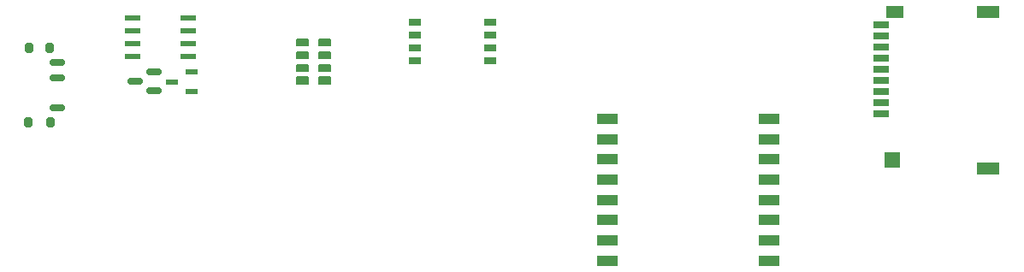
<source format=gbr>
%TF.GenerationSoftware,KiCad,Pcbnew,(6.0.2)*%
%TF.CreationDate,2022-03-31T19:26:31+11:00*%
%TF.ProjectId,Liaka_V3,4c69616b-615f-4563-932e-6b696361645f,2.0*%
%TF.SameCoordinates,Original*%
%TF.FileFunction,Paste,Bot*%
%TF.FilePolarity,Positive*%
%FSLAX46Y46*%
G04 Gerber Fmt 4.6, Leading zero omitted, Abs format (unit mm)*
G04 Created by KiCad (PCBNEW (6.0.2)) date 2022-03-31 19:26:31*
%MOMM*%
%LPD*%
G01*
G04 APERTURE LIST*
G04 Aperture macros list*
%AMRoundRect*
0 Rectangle with rounded corners*
0 $1 Rounding radius*
0 $2 $3 $4 $5 $6 $7 $8 $9 X,Y pos of 4 corners*
0 Add a 4 corners polygon primitive as box body*
4,1,4,$2,$3,$4,$5,$6,$7,$8,$9,$2,$3,0*
0 Add four circle primitives for the rounded corners*
1,1,$1+$1,$2,$3*
1,1,$1+$1,$4,$5*
1,1,$1+$1,$6,$7*
1,1,$1+$1,$8,$9*
0 Add four rect primitives between the rounded corners*
20,1,$1+$1,$2,$3,$4,$5,0*
20,1,$1+$1,$4,$5,$6,$7,0*
20,1,$1+$1,$6,$7,$8,$9,0*
20,1,$1+$1,$8,$9,$2,$3,0*%
G04 Aperture macros list end*
%ADD10C,0.152400*%
%ADD11R,1.600000X0.700000*%
%ADD12R,1.500000X1.600000*%
%ADD13R,2.200000X1.200000*%
%ADD14R,1.800000X1.200000*%
%ADD15RoundRect,0.150000X0.587500X0.150000X-0.587500X0.150000X-0.587500X-0.150000X0.587500X-0.150000X0*%
%ADD16R,1.092200X0.609600*%
%ADD17R,1.250000X0.650000*%
%ADD18RoundRect,0.200000X0.200000X-0.300000X0.200000X0.300000X-0.200000X0.300000X-0.200000X-0.300000X0*%
%ADD19RoundRect,0.175000X0.575000X-0.175000X0.575000X0.175000X-0.575000X0.175000X-0.575000X-0.175000X0*%
%ADD20R,1.300000X0.599999*%
%ADD21R,2.000000X1.000000*%
%ADD22R,1.520000X0.599999*%
G04 APERTURE END LIST*
D10*
%TO.C,U2*%
X136626700Y-86598600D02*
X136626700Y-85989000D01*
X136626700Y-87239000D02*
X137718900Y-87239000D01*
X134426700Y-85348600D02*
X134426700Y-84739000D01*
X135518900Y-87848600D02*
X134426700Y-87848600D01*
X134426700Y-88489000D02*
X135518900Y-88489000D01*
X135518900Y-84739000D02*
X135518900Y-85348600D01*
X135518900Y-85348600D02*
X134426700Y-85348600D01*
X134426700Y-89098600D02*
X134426700Y-88489000D01*
X137718900Y-84739000D02*
X137718900Y-85348600D01*
X135518900Y-86598600D02*
X134426700Y-86598600D01*
X137718900Y-85989000D02*
X137718900Y-86598600D01*
X137718900Y-85348600D02*
X136626700Y-85348600D01*
X137718900Y-87239000D02*
X137718900Y-87848600D01*
X135518900Y-85989000D02*
X135518900Y-86598600D01*
X137718900Y-88489000D02*
X137718900Y-89098600D01*
X134426700Y-86598600D02*
X134426700Y-85989000D01*
X135518900Y-87239000D02*
X135518900Y-87848600D01*
X137718900Y-86598600D02*
X136626700Y-86598600D01*
X134426700Y-85989000D02*
X135518900Y-85989000D01*
X136626700Y-88489000D02*
X137718900Y-88489000D01*
X134426700Y-84739000D02*
X135518900Y-84739000D01*
X136626700Y-89098600D02*
X136626700Y-88489000D01*
X137718900Y-87848600D02*
X136626700Y-87848600D01*
X135518900Y-89098600D02*
X134426700Y-89098600D01*
X135518900Y-88489000D02*
X135518900Y-89098600D01*
X134426700Y-87848600D02*
X134426700Y-87239000D01*
X136626700Y-85348600D02*
X136626700Y-84739000D01*
X136626700Y-87848600D02*
X136626700Y-87239000D01*
X134426700Y-87239000D02*
X135518900Y-87239000D01*
X137718900Y-89098600D02*
X136626700Y-89098600D01*
X136626700Y-84739000D02*
X137718900Y-84739000D01*
X136626700Y-85989000D02*
X137718900Y-85989000D01*
%TD*%
D11*
%TO.C,J7*%
X192284000Y-92056570D03*
X192284000Y-90956570D03*
X192284000Y-89856570D03*
X192284000Y-88756570D03*
X192284000Y-87656570D03*
X192284000Y-86556570D03*
X192284000Y-85456570D03*
X192284000Y-84356570D03*
X192284000Y-83256570D03*
D12*
X193334000Y-96656570D03*
D13*
X202884000Y-97556570D03*
X202884000Y-82056570D03*
D14*
X193584000Y-82056570D03*
%TD*%
D15*
%TO.C,Q3*%
X120317500Y-87950000D03*
X120317500Y-89850000D03*
X118442500Y-88900000D03*
%TD*%
D16*
%TO.C,U2*%
X137172800Y-85043800D03*
X137172800Y-86293800D03*
X137172800Y-87543800D03*
X137172800Y-88793800D03*
X134972800Y-88793800D03*
X134972800Y-87543800D03*
X134972800Y-86293800D03*
X134972800Y-85043800D03*
%TD*%
D17*
%TO.C,IC1*%
X153584600Y-83032600D03*
X153584600Y-84302600D03*
X153584600Y-85572600D03*
X153584600Y-86842600D03*
X146084600Y-86842600D03*
X146084600Y-85572600D03*
X146084600Y-84302600D03*
X146084600Y-83032600D03*
%TD*%
D18*
%TO.C,SW1*%
X107866000Y-92905600D03*
X107966000Y-85605600D03*
X110066000Y-92905600D03*
X109966000Y-85605600D03*
D19*
X110716000Y-91505600D03*
X110716000Y-88505600D03*
X110716000Y-87005600D03*
%TD*%
D20*
%TO.C,U6*%
X123997601Y-87990799D03*
X123997601Y-89910801D03*
X122077599Y-88950799D03*
%TD*%
D21*
%TO.C,U4*%
X181126400Y-92618800D03*
X181126400Y-94618800D03*
X181126400Y-96618800D03*
X181126400Y-98618800D03*
X181126400Y-100618800D03*
X181126400Y-102618800D03*
X181126400Y-104618800D03*
X181126400Y-106618800D03*
X165126400Y-106618800D03*
X165126400Y-104618800D03*
X165126400Y-102618800D03*
X165126400Y-100618800D03*
X165126400Y-98618800D03*
X165126400Y-96618800D03*
X165126400Y-94618800D03*
X165126400Y-92618800D03*
%TD*%
D22*
%TO.C,U5*%
X123694800Y-82626200D03*
X123694800Y-83896200D03*
X123694800Y-85166200D03*
X123694800Y-86436200D03*
X118214800Y-86436200D03*
X118214800Y-85166200D03*
X118214800Y-83896200D03*
X118214800Y-82626200D03*
%TD*%
M02*

</source>
